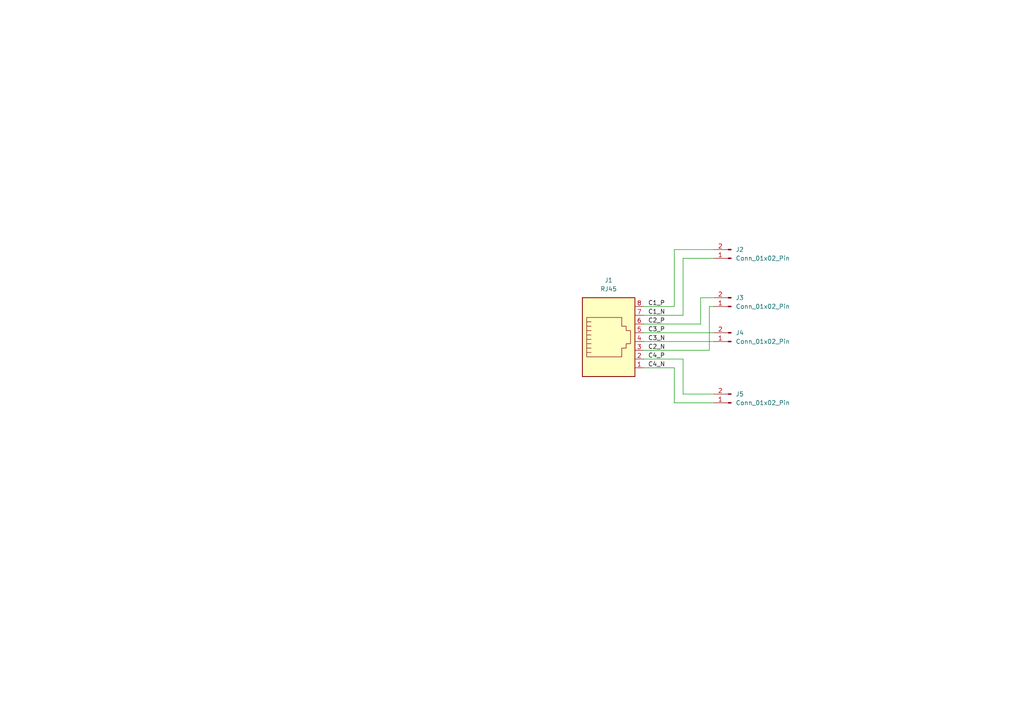
<source format=kicad_sch>
(kicad_sch (version 20231120) (generator "eeschema") (generator_version "8.0")
  (paper "A4")
  (lib_symbols
    (symbol "Connector:Conn_01x02_Pin" (pin_names (offset 1.016) hide)
      (property "Reference" "J" (at 0 2.54 0))
      (property "Value" "Conn_01x02_Pin" (at 0 -5.08 0))
      (symbol "Conn_01x02_Pin_1_1"
        (polyline (pts (xy 1.27 -2.54) (xy 0.8636 -2.54)) (stroke (width 0.1524)))
        (polyline (pts (xy 1.27 0) (xy 0.8636 0)) (stroke (width 0.1524)))
        (rectangle (start 0.8636 -2.413) (end 0 -2.667) (stroke (width 0.1524)) (fill (type outline)))
        (rectangle (start 0.8636 0.127) (end 0 -0.127) (stroke (width 0.1524)) (fill (type outline)))
        (pin passive line (at 5.08 0 180) (length 3.81) (name "Pin_1") (number "1"))
        (pin passive line (at 5.08 -2.54 180) (length 3.81) (name "Pin_2") (number "2"))
      )
    )
    (symbol "Connector:RJ45" (pin_names (offset 1.016))
      (property "Reference" "J" (at -5.08 13.97 0))
      (property "Value" "RJ45" (at 2.54 13.97 0))
      (symbol "RJ45_0_1"
        (polyline (pts (xy -5.08 4.445) (xy -6.35 4.445)))
        (polyline (pts (xy -5.08 5.715) (xy -6.35 5.715)))
        (polyline (pts (xy -6.35 -3.175) (xy -5.08 -3.175) (xy -5.08 -3.175)))
        (polyline (pts (xy -6.35 -1.905) (xy -5.08 -1.905) (xy -5.08 -1.905)))
        (polyline (pts (xy -6.35 -0.635) (xy -5.08 -0.635) (xy -5.08 -0.635)))
        (polyline (pts (xy -6.35 0.635) (xy -5.08 0.635) (xy -5.08 0.635)))
        (polyline (pts (xy -6.35 1.905) (xy -5.08 1.905) (xy -5.08 1.905)))
        (polyline (pts (xy -5.08 3.175) (xy -6.35 3.175) (xy -6.35 3.175)))
        (polyline (pts (xy -6.35 -4.445) (xy -6.35 6.985) (xy 3.81 6.985) (xy 3.81 4.445) (xy 5.08 4.445) (xy 5.08 3.175) (xy 6.35 3.175) (xy 6.35 -0.635) (xy 5.08 -0.635) (xy 5.08 -1.905) (xy 3.81 -1.905) (xy 3.81 -4.445) (xy -6.35 -4.445) (xy -6.35 -4.445)))
        (rectangle (start 7.62 12.7) (end -7.62 -10.16) (stroke (width 0.254)) (fill (type background)))
      )
      (symbol "RJ45_1_1"
        (pin passive line (at 10.16 -7.62 180) (length 2.54) (name "~") (number "1"))
        (pin passive line (at 10.16 -5.08 180) (length 2.54) (name "~") (number "2"))
        (pin passive line (at 10.16 -2.54 180) (length 2.54) (name "~") (number "3"))
        (pin passive line (at 10.16 0 180) (length 2.54) (name "~") (number "4"))
        (pin passive line (at 10.16 2.54 180) (length 2.54) (name "~") (number "5"))
        (pin passive line (at 10.16 5.08 180) (length 2.54) (name "~") (number "6"))
        (pin passive line (at 10.16 7.62 180) (length 2.54) (name "~") (number "7"))
        (pin passive line (at 10.16 10.16 180) (length 2.54) (name "~") (number "8"))
      )
    )
  )
  (wire (pts (xy 186.69 88.9) (xy 195.58 88.9)))
  (wire (pts (xy 207.01 74.93) (xy 198.12 74.93)))
  (wire (pts (xy 186.69 106.68) (xy 195.58 106.68)))
  (wire (pts (xy 195.58 72.39) (xy 207.01 72.39)))
  (wire (pts (xy 205.74 88.9) (xy 205.74 101.6)))
  (wire (pts (xy 205.74 101.6) (xy 186.69 101.6)))
  (wire (pts (xy 186.69 96.52) (xy 207.01 96.52)))
  (wire (pts (xy 198.12 104.14) (xy 186.69 104.14)))
  (wire (pts (xy 195.58 116.84) (xy 207.01 116.84)))
  (wire (pts (xy 203.2 93.98) (xy 203.2 86.36)))
  (wire (pts (xy 186.69 99.06) (xy 207.01 99.06)))
  (wire (pts (xy 198.12 91.44) (xy 186.69 91.44)))
  (wire (pts (xy 195.58 106.68) (xy 195.58 116.84)))
  (wire (pts (xy 195.58 88.9) (xy 195.58 72.39)))
  (wire (pts (xy 207.01 88.9) (xy 205.74 88.9)))
  (wire (pts (xy 207.01 114.3) (xy 198.12 114.3)))
  (wire (pts (xy 186.69 93.98) (xy 203.2 93.98)))
  (wire (pts (xy 198.12 74.93) (xy 198.12 91.44)))
  (wire (pts (xy 198.12 114.3) (xy 198.12 104.14)))
  (wire (pts (xy 203.2 86.36) (xy 207.01 86.36)))
  (label "C4_P" (at 187.96 104.14 0))
  (label "C4_N" (at 187.96 106.68 0))
  (label "C2_N" (at 187.96 101.6 0))
  (label "C1_P" (at 187.96 88.9 0))
  (label "C1_N" (at 187.96 91.44 0))
  (label "C2_P" (at 187.96 93.98 0))
  (label "C3_P" (at 187.96 96.52 0))
  (label "C3_N" (at 187.96 99.06 0))
  (symbol (lib_id "Connector:Conn_01x02_Pin") (at 212.09 88.9 180) (unit 1)
    (property "Reference" "J3" (at 213.36 86.3599 0) (effects (justify right)))
    (property "Value" "Conn_01x02_Pin" (at 213.36 88.8999 0) (effects (justify right)))
    (property "Footprint" "Connector_Hirose:Hirose_DF13-02P-1.25DSA_1x02_P1.25mm_Vertical" (effects (hide yes)))
    (property "Description" "Generic connector, single row, 01x02, script generated" (effects (hide yes)))
  )
  (symbol (lib_id "Connector:Conn_01x02_Pin") (at 212.09 99.06 180) (unit 1)
    (property "Reference" "J4" (at 213.36 96.5199 0) (effects (justify right)))
    (property "Value" "Conn_01x02_Pin" (at 213.36 99.0599 0) (effects (justify right)))
    (property "Footprint" "Connector_Hirose:Hirose_DF13-02P-1.25DSA_1x02_P1.25mm_Vertical" (effects (hide yes)))
    (property "Description" "Generic connector, single row, 01x02, script generated" (effects (hide yes)))
  )
  (symbol (lib_id "Connector:Conn_01x02_Pin") (at 212.09 74.93 180) (unit 1)
    (property "Reference" "J2" (at 213.36 72.3899 0) (effects (justify right)))
    (property "Value" "Conn_01x02_Pin" (at 213.36 74.9299 0) (effects (justify right)))
    (property "Footprint" "Connector_Hirose:Hirose_DF13-02P-1.25DSA_1x02_P1.25mm_Vertical" (effects (hide yes)))
    (property "Description" "Generic connector, single row, 01x02, script generated" (effects (hide yes)))
  )
  (symbol (lib_id "Connector:Conn_01x02_Pin") (at 212.09 116.84 180) (unit 1)
    (property "Reference" "J5" (at 213.36 114.2999 0) (effects (justify right)))
    (property "Value" "Conn_01x02_Pin" (at 213.36 116.8399 0) (effects (justify right)))
    (property "Footprint" "Connector_Hirose:Hirose_DF13-02P-1.25DSA_1x02_P1.25mm_Vertical" (effects (hide yes)))
    (property "Description" "Generic connector, single row, 01x02, script generated" (effects (hide yes)))
  )
  (symbol (lib_id "Connector:RJ45") (at 176.53 99.06 0) (unit 1)
    (property "Reference" "J1" (at 176.53 81.28 0))
    (property "Value" "RJ45" (at 176.53 83.82 0))
    (property "Footprint" "Connector_RJ:RJ45_Amphenol_54602-x08_Horizontal" (effects (hide yes)))
    (property "Description" "RJ connector, 8P8C (8 positions 8 connected)" (effects (hide yes)))
  )
)
</source>
